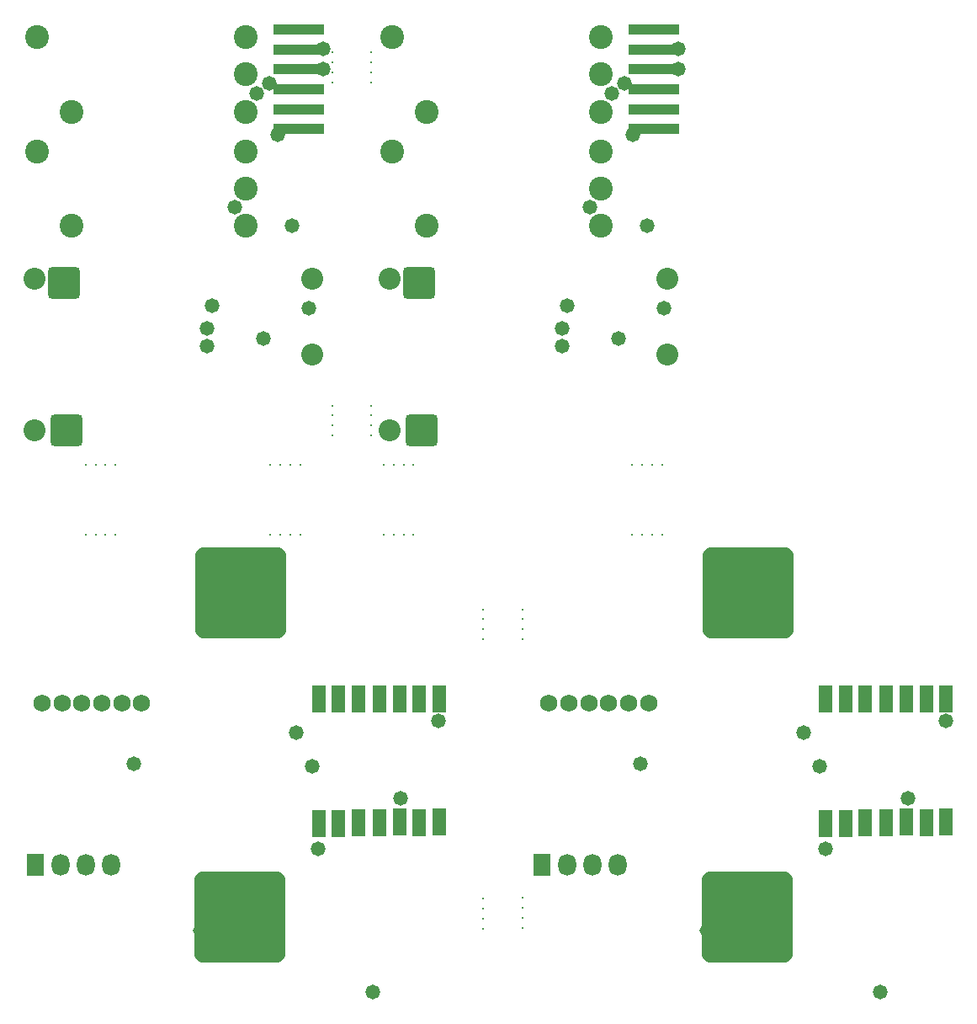
<source format=gts>
G04 Layer_Color=8388736*
%FSLAX44Y44*%
%MOMM*%
G71*
G01*
G75*
G04:AMPARAMS|DCode=39|XSize=3.2032mm|YSize=3.2032mm|CornerRadius=0.4016mm|HoleSize=0mm|Usage=FLASHONLY|Rotation=0.000|XOffset=0mm|YOffset=0mm|HoleType=Round|Shape=RoundedRectangle|*
%AMROUNDEDRECTD39*
21,1,3.2032,2.4000,0,0,0.0*
21,1,2.4000,3.2032,0,0,0.0*
1,1,0.8032,1.2000,-1.2000*
1,1,0.8032,-1.2000,-1.2000*
1,1,0.8032,-1.2000,1.2000*
1,1,0.8032,1.2000,1.2000*
%
%ADD39ROUNDEDRECTD39*%
%ADD40R,5.2032X1.1032*%
G04:AMPARAMS|DCode=41|XSize=9.2032mm|YSize=9.2032mm|CornerRadius=1.0016mm|HoleSize=0mm|Usage=FLASHONLY|Rotation=90.000|XOffset=0mm|YOffset=0mm|HoleType=Round|Shape=RoundedRectangle|*
%AMROUNDEDRECTD41*
21,1,9.2032,7.2000,0,0,90.0*
21,1,7.2000,9.2032,0,0,90.0*
1,1,2.0032,3.6000,3.6000*
1,1,2.0032,3.6000,-3.6000*
1,1,2.0032,-3.6000,-3.6000*
1,1,2.0032,-3.6000,3.6000*
%
%ADD41ROUNDEDRECTD41*%
%ADD42R,1.4732X2.7432*%
%ADD43C,0.2032*%
%ADD44C,2.4000*%
%ADD45C,2.2032*%
%ADD46C,1.4732*%
%ADD47O,1.8032X2.2032*%
%ADD48R,1.8032X2.2032*%
%ADD49C,1.7272*%
%ADD50C,1.0032*%
D39*
X48000Y723000D02*
D03*
X51000Y575000D02*
D03*
X405300Y723000D02*
D03*
X408300Y575000D02*
D03*
D40*
X284100Y958000D02*
D03*
Y938000D02*
D03*
Y918000D02*
D03*
Y898000D02*
D03*
Y978000D02*
D03*
Y878000D02*
D03*
X641400Y958000D02*
D03*
Y938000D02*
D03*
Y918000D02*
D03*
Y898000D02*
D03*
Y978000D02*
D03*
Y878000D02*
D03*
D41*
X225306Y86032D02*
D03*
X226306Y412032D02*
D03*
X735306Y86032D02*
D03*
X736307Y412032D02*
D03*
D42*
X425895Y181096D02*
D03*
X405896Y180588D02*
D03*
X385762Y181096D02*
D03*
X365443Y180588D02*
D03*
X344614D02*
D03*
X324548Y179572D02*
D03*
X304881Y179318D02*
D03*
Y304540D02*
D03*
X324548D02*
D03*
X344614D02*
D03*
X365443D02*
D03*
X385762D02*
D03*
X405896D02*
D03*
X425895D02*
D03*
X935894Y181096D02*
D03*
X915897Y180588D02*
D03*
X895762Y181096D02*
D03*
X875443Y180588D02*
D03*
X854614D02*
D03*
X834548Y179572D02*
D03*
X814881Y179318D02*
D03*
Y304540D02*
D03*
X834548D02*
D03*
X854614D02*
D03*
X875443D02*
D03*
X895762D02*
D03*
X915897D02*
D03*
X935894D02*
D03*
D43*
X318000Y955000D02*
D03*
Y945000D02*
D03*
Y935000D02*
D03*
Y925000D02*
D03*
X357000Y955000D02*
D03*
Y945000D02*
D03*
Y935000D02*
D03*
Y925000D02*
D03*
Y570000D02*
D03*
Y580000D02*
D03*
Y590000D02*
D03*
Y600000D02*
D03*
X318000Y570000D02*
D03*
Y580000D02*
D03*
Y590000D02*
D03*
Y600000D02*
D03*
X620000Y470000D02*
D03*
X640000D02*
D03*
X630000D02*
D03*
X650000D02*
D03*
Y540000D02*
D03*
X630000D02*
D03*
X640000D02*
D03*
X620000D02*
D03*
X370000Y470000D02*
D03*
X390000D02*
D03*
X380000D02*
D03*
X400000D02*
D03*
Y540000D02*
D03*
X380000D02*
D03*
X390000D02*
D03*
X370000D02*
D03*
X256000Y470000D02*
D03*
X276000D02*
D03*
X266000D02*
D03*
X286000D02*
D03*
Y540000D02*
D03*
X266000D02*
D03*
X276000D02*
D03*
X256000D02*
D03*
X70000D02*
D03*
X90000D02*
D03*
X80000D02*
D03*
X100000D02*
D03*
Y470000D02*
D03*
X80000D02*
D03*
X90000D02*
D03*
X70000D02*
D03*
X510000Y105000D02*
D03*
Y95000D02*
D03*
Y85000D02*
D03*
Y75000D02*
D03*
X469673Y74000D02*
D03*
Y84000D02*
D03*
Y94000D02*
D03*
Y104000D02*
D03*
X470000Y395000D02*
D03*
Y385000D02*
D03*
Y375000D02*
D03*
Y365000D02*
D03*
X510000D02*
D03*
Y375000D02*
D03*
Y385000D02*
D03*
Y395000D02*
D03*
D44*
X231000Y933000D02*
D03*
Y895500D02*
D03*
Y970500D02*
D03*
X56000Y895500D02*
D03*
X21000Y970500D02*
D03*
X231000Y818000D02*
D03*
Y780500D02*
D03*
Y855500D02*
D03*
X56000Y780500D02*
D03*
X21000Y855500D02*
D03*
X588300Y933000D02*
D03*
Y895500D02*
D03*
Y970500D02*
D03*
X413300Y895500D02*
D03*
X378300Y970500D02*
D03*
X588300Y818000D02*
D03*
Y780500D02*
D03*
Y855500D02*
D03*
X413300Y780500D02*
D03*
X378300Y855500D02*
D03*
D45*
X298310Y727460D02*
D03*
Y651260D02*
D03*
X18310Y727460D02*
D03*
Y575060D02*
D03*
X655610Y727460D02*
D03*
Y651260D02*
D03*
X375610Y727460D02*
D03*
Y575060D02*
D03*
D46*
X278000Y780500D02*
D03*
X295000Y698000D02*
D03*
X192000Y660000D02*
D03*
X220264Y799250D02*
D03*
X192000Y677250D02*
D03*
X249000Y667000D02*
D03*
X197000Y700000D02*
D03*
X242000Y913999D02*
D03*
X309000Y959000D02*
D03*
Y938000D02*
D03*
X255000Y924000D02*
D03*
X263000Y872000D02*
D03*
X635300Y780500D02*
D03*
X652300Y698000D02*
D03*
X549300Y660000D02*
D03*
X577564Y799250D02*
D03*
X549300Y677250D02*
D03*
X606300Y667000D02*
D03*
X554300Y700000D02*
D03*
X599300Y913999D02*
D03*
X666300Y959000D02*
D03*
Y938000D02*
D03*
X612300Y924000D02*
D03*
X620300Y872000D02*
D03*
X425307Y283032D02*
D03*
X118307Y240032D02*
D03*
X282306Y271032D02*
D03*
X298307Y237032D02*
D03*
X387307Y205032D02*
D03*
X359306Y10032D02*
D03*
X304307Y154032D02*
D03*
X935306Y283032D02*
D03*
X628307Y240032D02*
D03*
X792307Y271032D02*
D03*
X808307Y237032D02*
D03*
X897307Y205032D02*
D03*
X869306Y10032D02*
D03*
X814306Y154032D02*
D03*
D47*
X95506Y138032D02*
D03*
X70107D02*
D03*
X44707D02*
D03*
X605507D02*
D03*
X580107D02*
D03*
X554706D02*
D03*
D48*
X19306D02*
D03*
X529306D02*
D03*
D49*
X46307Y301032D02*
D03*
X66307D02*
D03*
X126306D02*
D03*
X26307D02*
D03*
X106306D02*
D03*
X86306D02*
D03*
X556306D02*
D03*
X576306D02*
D03*
X636306D02*
D03*
X536306D02*
D03*
X616306D02*
D03*
X596306D02*
D03*
D50*
X182806Y72032D02*
D03*
X196306Y412032D02*
D03*
X692806Y72032D02*
D03*
X706307Y412032D02*
D03*
M02*

</source>
